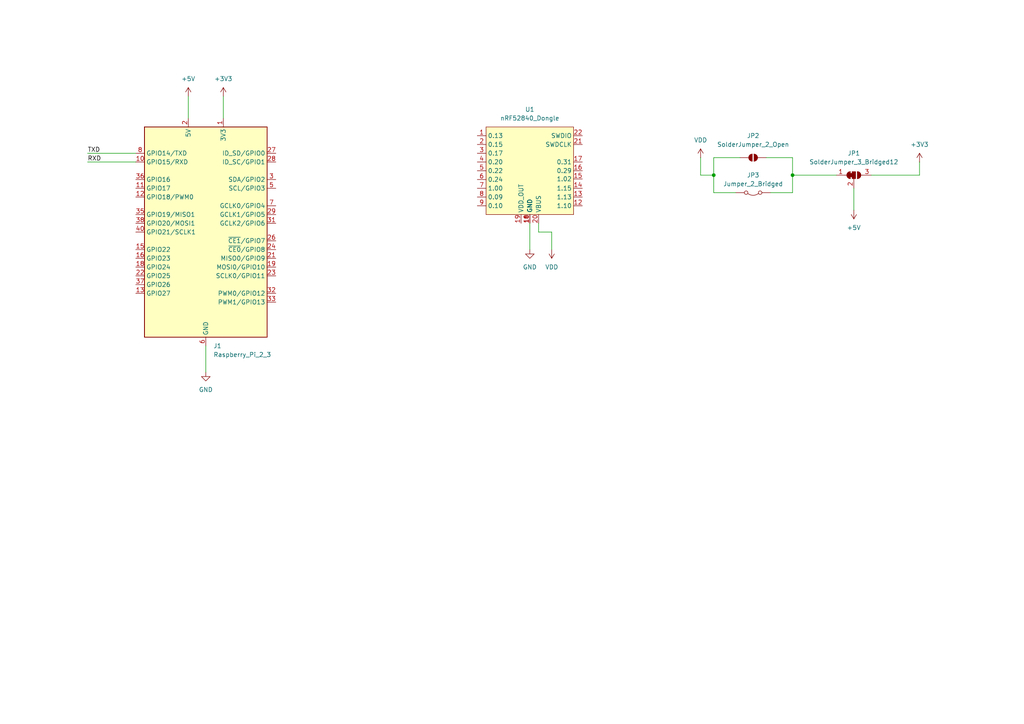
<source format=kicad_sch>
(kicad_sch (version 20231120) (generator "eeschema") (generator_version "8.0")
  (paper "A4")
  (lib_symbols
    (symbol "Connector:Raspberry_Pi_2_3"
      (property "Reference" "J" (at -17.78 31.75 0))
      (property "Value" "Raspberry_Pi_2_3" (at 10.16 -31.75 0))
      (symbol "Raspberry_Pi_2_3_0_1"
        (rectangle (start -17.78 30.48) (end 17.78 -30.48) (stroke (width 0.254)) (fill (type background)))
      )
      (symbol "Raspberry_Pi_2_3_1_1"
        (pin power_in line (at 5.08 33.02 270) (length 2.54) (name "3V3") (number "1"))
        (pin bidirectional line (at -20.32 20.32 0) (length 2.54) (name "GPIO15/RXD") (number "10"))
        (pin bidirectional line (at -20.32 12.7 0) (length 2.54) (name "GPIO17") (number "11"))
        (pin bidirectional line (at -20.32 10.16 0) (length 2.54) (name "GPIO18/PWM0") (number "12"))
        (pin bidirectional line (at -20.32 -17.78 0) (length 2.54) (name "GPIO27") (number "13"))
        (pin passive line (at 0 -33.02 90) (length 2.54) hide (name "GND") (number "14"))
        (pin bidirectional line (at -20.32 -5.08 0) (length 2.54) (name "GPIO22") (number "15"))
        (pin bidirectional line (at -20.32 -7.62 0) (length 2.54) (name "GPIO23") (number "16"))
        (pin passive line (at 5.08 33.02 270) (length 2.54) hide (name "3V3") (number "17"))
        (pin bidirectional line (at -20.32 -10.16 0) (length 2.54) (name "GPIO24") (number "18"))
        (pin bidirectional line (at 20.32 -10.16 180) (length 2.54) (name "MOSI0/GPIO10") (number "19"))
        (pin power_in line (at -5.08 33.02 270) (length 2.54) (name "5V") (number "2"))
        (pin passive line (at 0 -33.02 90) (length 2.54) hide (name "GND") (number "20"))
        (pin bidirectional line (at 20.32 -7.62 180) (length 2.54) (name "MISO0/GPIO9") (number "21"))
        (pin bidirectional line (at -20.32 -12.7 0) (length 2.54) (name "GPIO25") (number "22"))
        (pin bidirectional line (at 20.32 -12.7 180) (length 2.54) (name "SCLK0/GPIO11") (number "23"))
        (pin bidirectional line (at 20.32 -5.08 180) (length 2.54) (name "~{CE0}/GPIO8") (number "24"))
        (pin passive line (at 0 -33.02 90) (length 2.54) hide (name "GND") (number "25"))
        (pin bidirectional line (at 20.32 -2.54 180) (length 2.54) (name "~{CE1}/GPIO7") (number "26"))
        (pin bidirectional line (at 20.32 22.86 180) (length 2.54) (name "ID_SD/GPIO0") (number "27"))
        (pin bidirectional line (at 20.32 20.32 180) (length 2.54) (name "ID_SC/GPIO1") (number "28"))
        (pin bidirectional line (at 20.32 5.08 180) (length 2.54) (name "GCLK1/GPIO5") (number "29"))
        (pin bidirectional line (at 20.32 15.24 180) (length 2.54) (name "SDA/GPIO2") (number "3"))
        (pin passive line (at 0 -33.02 90) (length 2.54) hide (name "GND") (number "30"))
        (pin bidirectional line (at 20.32 2.54 180) (length 2.54) (name "GCLK2/GPIO6") (number "31"))
        (pin bidirectional line (at 20.32 -17.78 180) (length 2.54) (name "PWM0/GPIO12") (number "32"))
        (pin bidirectional line (at 20.32 -20.32 180) (length 2.54) (name "PWM1/GPIO13") (number "33"))
        (pin passive line (at 0 -33.02 90) (length 2.54) hide (name "GND") (number "34"))
        (pin bidirectional line (at -20.32 5.08 0) (length 2.54) (name "GPIO19/MISO1") (number "35"))
        (pin bidirectional line (at -20.32 15.24 0) (length 2.54) (name "GPIO16") (number "36"))
        (pin bidirectional line (at -20.32 -15.24 0) (length 2.54) (name "GPIO26") (number "37"))
        (pin bidirectional line (at -20.32 2.54 0) (length 2.54) (name "GPIO20/MOSI1") (number "38"))
        (pin passive line (at 0 -33.02 90) (length 2.54) hide (name "GND") (number "39"))
        (pin passive line (at -5.08 33.02 270) (length 2.54) hide (name "5V") (number "4"))
        (pin bidirectional line (at -20.32 0 0) (length 2.54) (name "GPIO21/SCLK1") (number "40"))
        (pin bidirectional line (at 20.32 12.7 180) (length 2.54) (name "SCL/GPIO3") (number "5"))
        (pin power_in line (at 0 -33.02 90) (length 2.54) (name "GND") (number "6"))
        (pin bidirectional line (at 20.32 7.62 180) (length 2.54) (name "GCLK0/GPIO4") (number "7"))
        (pin bidirectional line (at -20.32 22.86 0) (length 2.54) (name "GPIO14/TXD") (number "8"))
        (pin passive line (at 0 -33.02 90) (length 2.54) hide (name "GND") (number "9"))
      )
    )
    (symbol "Jumper:Jumper_2_Bridged" (pin_numbers hide) (pin_names (offset 0) hide) (exclude_from_sim yes)
      (property "Reference" "JP" (at 0 1.905 0))
      (property "Value" "Jumper_2_Bridged" (at 0 -2.54 0))
      (symbol "Jumper_2_Bridged_0_0"
        (circle (center -2.032 0) (radius 0.508))
        (circle (center 2.032 0) (radius 0.508))
      )
      (symbol "Jumper_2_Bridged_0_1"
        (arc (start 1.524 0.254) (mid 0 0.762) (end -1.524 0.254))
      )
      (symbol "Jumper_2_Bridged_1_1"
        (pin passive line (at -5.08 0 0) (length 2.54) (name "A") (number "1"))
        (pin passive line (at 5.08 0 180) (length 2.54) (name "B") (number "2"))
      )
    )
    (symbol "Jumper:SolderJumper_2_Open" (pin_numbers hide) (pin_names (offset 0) hide) (exclude_from_sim yes) (in_bom no)
      (property "Reference" "JP" (at 0 2.032 0))
      (property "Value" "SolderJumper_2_Open" (at 0 -2.54 0))
      (symbol "SolderJumper_2_Open_0_1"
        (arc (start -0.254 1.016) (mid -1.2656 0) (end -0.254 -1.016))
        (arc (start -0.254 1.016) (mid -1.2656 0) (end -0.254 -1.016) (fill (type outline)))
        (polyline (pts (xy -0.254 1.016) (xy -0.254 -1.016)))
        (polyline (pts (xy 0.254 1.016) (xy 0.254 -1.016)))
        (arc (start 0.254 -1.016) (mid 1.2656 0) (end 0.254 1.016))
        (arc (start 0.254 -1.016) (mid 1.2656 0) (end 0.254 1.016) (fill (type outline)))
      )
      (symbol "SolderJumper_2_Open_1_1"
        (pin passive line (at -3.81 0 0) (length 2.54) (name "A") (number "1"))
        (pin passive line (at 3.81 0 180) (length 2.54) (name "B") (number "2"))
      )
    )
    (symbol "Jumper:SolderJumper_3_Bridged12" (pin_names (offset 0) hide) (exclude_from_sim yes) (in_bom no)
      (property "Reference" "JP" (at -2.54 -2.54 0))
      (property "Value" "SolderJumper_3_Bridged12" (at 0 2.794 0))
      (symbol "SolderJumper_3_Bridged12_0_1"
        (rectangle (start -1.016 0.508) (end -0.508 -0.508) (fill (type outline)))
        (arc (start -1.016 1.016) (mid -2.0276 0) (end -1.016 -1.016))
        (arc (start -1.016 1.016) (mid -2.0276 0) (end -1.016 -1.016) (fill (type outline)))
        (rectangle (start -0.508 1.016) (end 0.508 -1.016) (fill (type outline)))
        (polyline (pts (xy -2.54 0) (xy -2.032 0)))
        (polyline (pts (xy -1.016 1.016) (xy -1.016 -1.016)))
        (polyline (pts (xy 0 -1.27) (xy 0 -1.016)))
        (polyline (pts (xy 1.016 1.016) (xy 1.016 -1.016)))
        (polyline (pts (xy 2.54 0) (xy 2.032 0)))
        (arc (start 1.016 -1.016) (mid 2.0276 0) (end 1.016 1.016))
        (arc (start 1.016 -1.016) (mid 2.0276 0) (end 1.016 1.016) (fill (type outline)))
      )
      (symbol "SolderJumper_3_Bridged12_1_1"
        (pin passive line (at -5.08 0 0) (length 2.54) (name "A") (number "1"))
        (pin passive line (at 0 -3.81 90) (length 2.54) (name "C") (number "2"))
        (pin passive line (at 5.08 0 180) (length 2.54) (name "B") (number "3"))
      )
    )
    (symbol "NordicUSBDongle:nRF52840_Dongle"
      (property "Reference" "U" (at -12.192 13.716 0))
      (property "Value" "nRF52840_Dongle" (at 11.938 13.716 0))
      (symbol "nRF52840_Dongle_1_1"
        (rectangle (start -12.7 12.7) (end 12.7 -12.7) (fill (type background)))
        (pin bidirectional line (at -15.24 10.16 0) (length 2.54) (name "0.13") (number "1"))
        (pin power_in line (at 0 -15.24 90) (length 2.54) (name "GND") (number "10"))
        (pin power_in line (at 0 -15.24 90) (length 2.54) (name "GND") (number "11"))
        (pin bidirectional line (at 15.24 -10.16 180) (length 2.54) (name "1.10") (number "12"))
        (pin bidirectional line (at 15.24 -7.62 180) (length 2.54) (name "1.13") (number "13"))
        (pin bidirectional line (at 15.24 -5.08 180) (length 2.54) (name "1.15") (number "14"))
        (pin bidirectional line (at 15.236 -2.3785 180) (length 2.54) (name "1.02") (number "15"))
        (pin bidirectional line (at 15.24 0 180) (length 2.54) (name "0.29") (number "16"))
        (pin bidirectional line (at 15.24 2.54 180) (length 2.54) (name "0.31") (number "17"))
        (pin power_in line (at 0 -15.24 90) (length 2.54) (name "GND") (number "18"))
        (pin power_out line (at -2.54 -15.24 90) (length 2.54) (name "VDD_OUT") (number "19"))
        (pin bidirectional line (at -15.24 7.62 0) (length 2.54) (name "0.15") (number "2"))
        (pin power_in line (at 2.54 -15.24 90) (length 2.54) (name "VBUS") (number "20"))
        (pin bidirectional line (at 15.24 7.62 180) (length 2.54) (name "SWDCLK") (number "21"))
        (pin bidirectional line (at 15.24 10.16 180) (length 2.54) (name "SWDIO") (number "22"))
        (pin bidirectional line (at -15.24 5.08 0) (length 2.54) (name "0.17") (number "3"))
        (pin bidirectional line (at -15.24 2.54 0) (length 2.54) (name "0.20") (number "4"))
        (pin bidirectional line (at -15.24 0 0) (length 2.54) (name "0.22") (number "5"))
        (pin bidirectional line (at -15.24 -2.54 0) (length 2.54) (name "0.24") (number "6"))
        (pin bidirectional line (at -15.24 -5.08 0) (length 2.54) (name "1.00") (number "7"))
        (pin bidirectional line (at -15.24 -7.62 0) (length 2.54) (name "0.09") (number "8"))
        (pin bidirectional line (at -15.24 -10.16 0) (length 2.54) (name "0.10") (number "9"))
      )
    )
    (symbol "power:GND" (power) (pin_numbers hide) (pin_names (offset 0) hide)
      (property "Value" "GND" (at 0 -3.81 0))
      (symbol "GND_0_1"
        (polyline (pts (xy 0 0) (xy 0 -1.27) (xy 1.27 -1.27) (xy 0 -2.54) (xy -1.27 -1.27) (xy 0 -1.27)))
      )
      (symbol "GND_1_1"
        (pin power_in line (at 0 0 270) (length 0) (name "~") (number "1"))
      )
    )
    (symbol "power:VDD" (power) (pin_numbers hide) (pin_names (offset 0) hide)
      (property "Value" "VDD" (at 0 3.556 0))
      (symbol "VDD_0_1"
        (polyline (pts (xy -0.762 1.27) (xy 0 2.54)))
        (polyline (pts (xy 0 0) (xy 0 2.54)))
        (polyline (pts (xy 0 2.54) (xy 0.762 1.27)))
      )
      (symbol "VDD_1_1"
        (pin power_in line (at 0 0 90) (length 0) (name "~") (number "1"))
      )
    )
  )
  (junction (at 229.87 50.8))
  (junction (at 207.01 50.8))
  (wire (pts (xy 207.01 55.88) (xy 213.36 55.88)))
  (wire (pts (xy 223.52 55.88) (xy 229.87 55.88)))
  (wire (pts (xy 229.87 45.72) (xy 229.87 50.8)))
  (wire (pts (xy 54.61 27.94) (xy 54.61 34.29)))
  (wire (pts (xy 207.01 45.72) (xy 207.01 50.8)))
  (wire (pts (xy 229.87 55.88) (xy 229.87 50.8)))
  (wire (pts (xy 153.67 64.77) (xy 153.67 72.39)))
  (wire (pts (xy 59.69 100.33) (xy 59.69 107.95)))
  (wire (pts (xy 229.87 50.8) (xy 242.57 50.8)))
  (wire (pts (xy 207.01 50.8) (xy 207.01 55.88)))
  (wire (pts (xy 25.4 46.99) (xy 39.37 46.99)))
  (wire (pts (xy 160.02 67.31) (xy 160.02 72.39)))
  (wire (pts (xy 207.01 45.72) (xy 214.63 45.72)))
  (wire (pts (xy 266.7 46.99) (xy 266.7 50.8)))
  (wire (pts (xy 25.4 44.45) (xy 39.37 44.45)))
  (wire (pts (xy 156.21 67.31) (xy 160.02 67.31)))
  (wire (pts (xy 156.21 64.77) (xy 156.21 67.31)))
  (wire (pts (xy 247.65 54.61) (xy 247.65 60.96)))
  (wire (pts (xy 222.25 45.72) (xy 229.87 45.72)))
  (wire (pts (xy 203.2 45.72) (xy 203.2 50.8)))
  (wire (pts (xy 64.77 27.94) (xy 64.77 34.29)))
  (wire (pts (xy 203.2 50.8) (xy 207.01 50.8)))
  (wire (pts (xy 266.7 50.8) (xy 252.73 50.8)))
  (label "TXD" (at 25.4 44.45 0))
  (label "RXD" (at 25.4 46.99 0))
  (symbol (lib_id "power:VDD") (at 266.7 46.99 0) (unit 1)
    (property "Reference" "#PWR06" (effects (hide yes)))
    (property "Value" "+3V3" (at 266.7 41.91 0))
    (property "Description" "Power symbol creates a global label with name \"VDD\"" (effects (hide yes)))
  )
  (symbol (lib_id "Connector:Raspberry_Pi_2_3") (at 59.69 67.31 0) (unit 1)
    (property "Reference" "J1" (at 61.8841 100.33 0) (effects (justify left)))
    (property "Value" "Raspberry_Pi_2_3" (at 61.8841 102.87 0) (effects (justify left)))
    (property "Footprint" "Connector_PinHeader_2.54mm:PinHeader_2x20_P2.54mm_Vertical" (effects (hide yes)))
    (property "Datasheet" "https://www.raspberrypi.org/documentation/hardware/raspberrypi/schematics/rpi_SCH_3bplus_1p0_reduced.pdf" (effects (hide yes)))
    (property "Description" "expansion header for Raspberry Pi 2 & 3" (effects (hide yes)))
  )
  (symbol (lib_id "NordicUSBDongle:nRF52840_Dongle") (at 153.67 49.53 0) (unit 1)
    (property "Reference" "U1" (at 153.67 31.75 0))
    (property "Value" "nRF52840_Dongle" (at 153.67 34.29 0))
    (property "Datasheet" "https://infocenter.nordicsemi.com/pdf/nRF52840_Dongle_User_Guide_v1.0.pdf" (effects (hide yes)))
  )
  (symbol (lib_id "Jumper:Jumper_2_Bridged") (at 218.44 55.88 180) (unit 1) (exclude_from_sim yes)
    (property "Reference" "JP3" (at 218.44 50.8 0))
    (property "Value" "Jumper_2_Bridged" (at 218.44 53.34 0))
    (property "Footprint" "Connector_PinHeader_2.54mm:PinHeader_1x02_P2.54mm_Horizontal" (effects (hide yes)))
    (property "Description" "Jumper, 2-pole, closed/bridged" (effects (hide yes)))
  )
  (symbol (lib_id "power:VDD") (at 203.2 45.72 0) (unit 1)
    (property "Reference" "#PWR02" (effects (hide yes)))
    (property "Value" "VDD" (at 203.2 40.64 0))
    (property "Description" "Power symbol creates a global label with name \"VDD\"" (effects (hide yes)))
  )
  (symbol (lib_id "Jumper:SolderJumper_3_Bridged12") (at 247.65 50.8 0) (unit 1) (exclude_from_sim yes) (in_bom no)
    (property "Reference" "JP1" (at 247.65 44.45 0))
    (property "Value" "SolderJumper_3_Bridged12" (at 247.65 46.99 0))
    (property "Footprint" "Jumper:SolderJumper-3_P1.3mm_Bridged2Bar12_RoundedPad1.0x1.5mm_NumberLabels" (effects (hide yes)))
    (property "Description" "3-pole Solder Jumper, pins 1+2 closed/bridged" (effects (hide yes)))
  )
  (symbol (lib_id "power:VDD") (at 64.77 27.94 0) (unit 1)
    (property "Reference" "#PWR03" (effects (hide yes)))
    (property "Value" "+3V3" (at 64.77 22.86 0))
    (property "Description" "Power symbol creates a global label with name \"VDD\"" (effects (hide yes)))
  )
  (symbol (lib_id "power:VDD") (at 247.65 60.96 180) (unit 1)
    (property "Reference" "#PWR05" (effects (hide yes)))
    (property "Value" "+5V" (at 247.65 66.04 0))
    (property "Description" "Power symbol creates a global label with name \"VDD\"" (effects (hide yes)))
  )
  (symbol (lib_id "power:GND") (at 59.69 107.95 0) (unit 1)
    (property "Reference" "#PWR08" (effects (hide yes)))
    (property "Value" "GND" (at 59.69 113.03 0))
    (property "Description" "Power symbol creates a global label with name \"GND\" , ground" (effects (hide yes)))
  )
  (symbol (lib_id "power:GND") (at 153.67 72.39 0) (unit 1)
    (property "Reference" "#PWR01" (effects (hide yes)))
    (property "Value" "GND" (at 153.67 77.47 0))
    (property "Description" "Power symbol creates a global label with name \"GND\" , ground" (effects (hide yes)))
  )
  (symbol (lib_id "power:VDD") (at 54.61 27.94 0) (unit 1)
    (property "Reference" "#PWR04" (effects (hide yes)))
    (property "Value" "+5V" (at 54.61 22.86 0))
    (property "Description" "Power symbol creates a global label with name \"VDD\"" (effects (hide yes)))
  )
  (symbol (lib_id "power:VDD") (at 160.02 72.39 180) (unit 1)
    (property "Reference" "#PWR07" (effects (hide yes)))
    (property "Value" "VDD" (at 160.02 77.47 0))
    (property "Description" "Power symbol creates a global label with name \"VDD\"" (effects (hide yes)))
  )
  (symbol (lib_id "Jumper:SolderJumper_2_Open") (at 218.44 45.72 0) (unit 1) (exclude_from_sim yes) (in_bom no)
    (property "Reference" "JP2" (at 218.44 39.37 0))
    (property "Value" "SolderJumper_2_Open" (at 218.44 41.91 0))
    (property "Footprint" "Jumper:SolderJumper-2_P1.3mm_Open_RoundedPad1.0x1.5mm" (effects (hide yes)))
    (property "Description" "Solder Jumper, 2-pole, open" (effects (hide yes)))
  )
)
</source>
